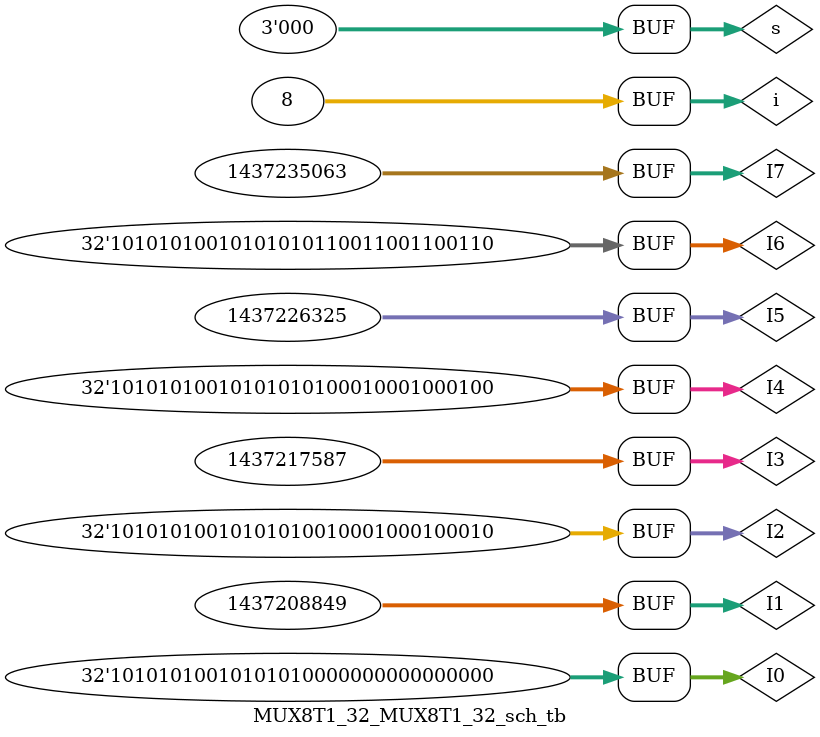
<source format=v>

`timescale 1ns / 1ps

module MUX8T1_32_MUX8T1_32_sch_tb();

// Inputs
   reg [31:0] I0;
   reg [31:0] I3;
   reg [31:0] I4;
   reg [31:0] I1;
   reg [31:0] I2;
   reg [31:0] I7;
   reg [31:0] I6;
   reg [31:0] I5;
   reg [2:0] s;
	integer i = 0;

// Output

// Bidirs

// Instantiate the UUT
   MUX8T1_32 UUT (
		.I0(I0), 
		.I3(I3), 
		.I4(I4), 
		.I1(I1), 
		.I2(I2), 
		.I7(I7), 
		.I6(I6), 
		.I5(I5), 
		.s(s), 
		.o(o)
   );
// Initialize Inputs
   //`ifdef auto_init
       initial begin
		I0 = 32'hAA550000;
		I1 = 32'h55AA1111;
		I2 = 32'hAA552222;
		I3 = 32'h55AA3333;
		I4 = 32'hAA554444;
		I5 = 32'h55AA5555;
		I6 = 32'hAA556666;
		I7 = 32'h55AA7777;
		s = 0;
		for (i=0;i<=7;i=i+1) begin
			#50 s = i + 1;
			end
			#50 s = 0;
	end
   //`endif
endmodule

</source>
